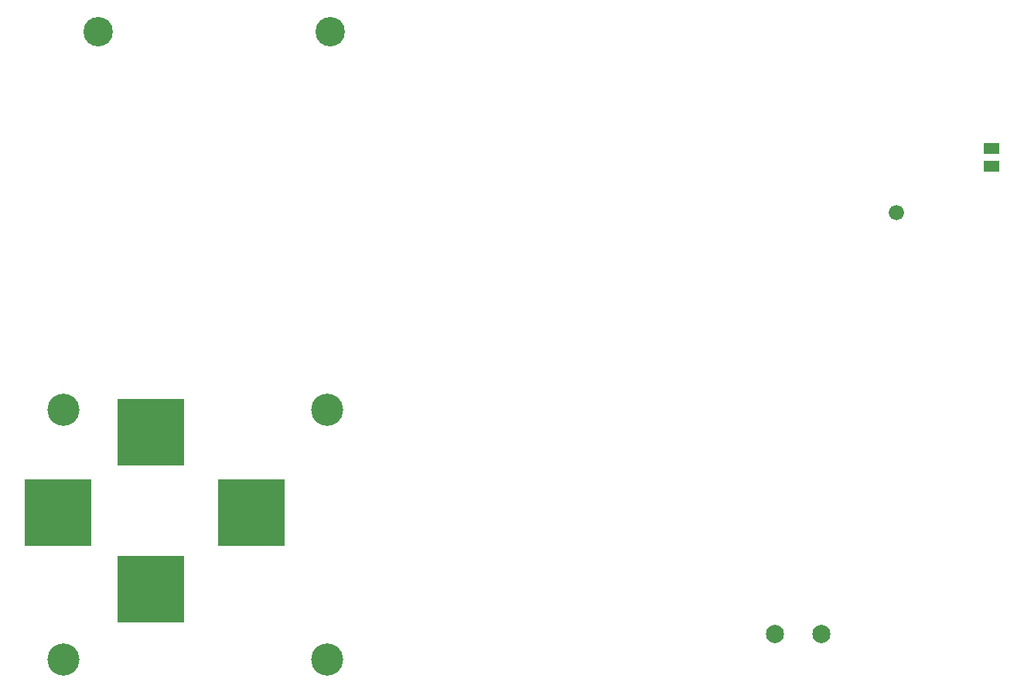
<source format=gbp>
G04 MADE WITH FRITZING*
G04 WWW.FRITZING.ORG*
G04 DOUBLE SIDED*
G04 HOLES PLATED*
G04 CONTOUR ON CENTER OF CONTOUR VECTOR*
%ASAXBY*%
%FSLAX23Y23*%
%MOIN*%
%OFA0B0*%
%SFA1.0B1.0*%
%ADD10C,0.066000*%
%ADD11C,0.078551*%
%ADD12C,0.126614*%
%ADD13C,0.138425*%
%ADD14R,0.066666X0.048149*%
%ADD15R,0.289614X0.289763*%
%ADD16R,0.001000X0.001000*%
%LNPASTEMASK0*%
G90*
G70*
G54D10*
X4281Y3354D03*
X4281Y3354D03*
G54D11*
X3956Y1536D03*
X3756Y1536D03*
G54D12*
X1839Y4135D03*
X839Y4135D03*
G54D13*
X1827Y2502D03*
X1827Y1427D03*
X689Y2502D03*
X689Y1427D03*
G54D14*
X4692Y3629D03*
X4692Y3553D03*
G54D15*
X1068Y2407D03*
X1501Y2059D03*
X667Y2059D03*
X1068Y1730D03*
G54D16*
D02*
G04 End of PasteMask0*
M02*
</source>
